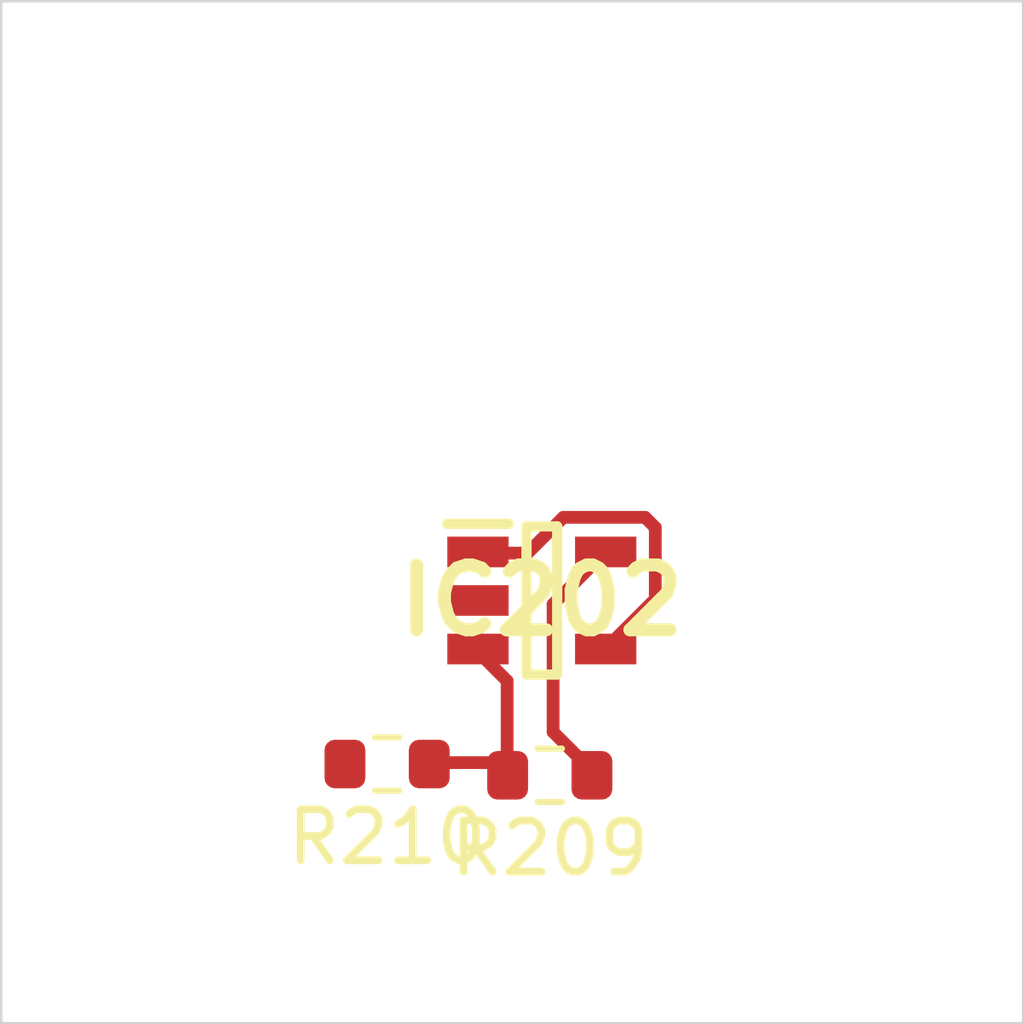
<source format=kicad_pcb>
 ( kicad_pcb  ( version 20171130 )
 ( host pcbnew 5.1.12-84ad8e8a86~92~ubuntu18.04.1 )
 ( general  ( thickness 1.6 )
 ( drawings 4 )
 ( tracks 0 )
 ( zones 0 )
 ( modules 3 )
 ( nets 5 )
)
 ( page A4 )
 ( layers  ( 0 F.Cu signal )
 ( 31 B.Cu signal )
 ( 32 B.Adhes user )
 ( 33 F.Adhes user )
 ( 34 B.Paste user )
 ( 35 F.Paste user )
 ( 36 B.SilkS user )
 ( 37 F.SilkS user )
 ( 38 B.Mask user )
 ( 39 F.Mask user )
 ( 40 Dwgs.User user )
 ( 41 Cmts.User user )
 ( 42 Eco1.User user )
 ( 43 Eco2.User user )
 ( 44 Edge.Cuts user )
 ( 45 Margin user )
 ( 46 B.CrtYd user )
 ( 47 F.CrtYd user )
 ( 48 B.Fab user )
 ( 49 F.Fab user )
)
 ( setup  ( last_trace_width 0.25 )
 ( trace_clearance 0.2 )
 ( zone_clearance 0.508 )
 ( zone_45_only no )
 ( trace_min 0.2 )
 ( via_size 0.8 )
 ( via_drill 0.4 )
 ( via_min_size 0.4 )
 ( via_min_drill 0.3 )
 ( uvia_size 0.3 )
 ( uvia_drill 0.1 )
 ( uvias_allowed no )
 ( uvia_min_size 0.2 )
 ( uvia_min_drill 0.1 )
 ( edge_width 0.05 )
 ( segment_width 0.2 )
 ( pcb_text_width 0.3 )
 ( pcb_text_size 1.5 1.5 )
 ( mod_edge_width 0.12 )
 ( mod_text_size 1 1 )
 ( mod_text_width 0.15 )
 ( pad_size 1.524 1.524 )
 ( pad_drill 0.762 )
 ( pad_to_mask_clearance 0 )
 ( aux_axis_origin 0 0 )
 ( visible_elements FFFFFF7F )
 ( pcbplotparams  ( layerselection 0x010fc_ffffffff )
 ( usegerberextensions false )
 ( usegerberattributes true )
 ( usegerberadvancedattributes true )
 ( creategerberjobfile true )
 ( excludeedgelayer true )
 ( linewidth 0.100000 )
 ( plotframeref false )
 ( viasonmask false )
 ( mode 1 )
 ( useauxorigin false )
 ( hpglpennumber 1 )
 ( hpglpenspeed 20 )
 ( hpglpendiameter 15.000000 )
 ( psnegative false )
 ( psa4output false )
 ( plotreference true )
 ( plotvalue true )
 ( plotinvisibletext false )
 ( padsonsilk false )
 ( subtractmaskfromsilk false )
 ( outputformat 1 )
 ( mirror false )
 ( drillshape 1 )
 ( scaleselection 1 )
 ( outputdirectory "" )
)
)
 ( net 0 "" )
 ( net 1 GND )
 ( net 2 VDDA )
 ( net 3 /Sheet6235D886/vp )
 ( net 4 "Net-(IC202-Pad3)" )
 ( net_class Default "This is the default net class."  ( clearance 0.2 )
 ( trace_width 0.25 )
 ( via_dia 0.8 )
 ( via_drill 0.4 )
 ( uvia_dia 0.3 )
 ( uvia_drill 0.1 )
 ( add_net /Sheet6235D886/vp )
 ( add_net GND )
 ( add_net "Net-(IC202-Pad3)" )
 ( add_net VDDA )
)
 ( module SOT95P280X145-5N locked  ( layer F.Cu )
 ( tedit 62336ED7 )
 ( tstamp 623423ED )
 ( at 90.579100 111.727000 )
 ( descr DBV0005A )
 ( tags "Integrated Circuit" )
 ( path /6235D887/6266C08E )
 ( attr smd )
 ( fp_text reference IC202  ( at 0 0 )
 ( layer F.SilkS )
 ( effects  ( font  ( size 1.27 1.27 )
 ( thickness 0.254 )
)
)
)
 ( fp_text value TL071HIDBVR  ( at 0 0 )
 ( layer F.SilkS )
hide  ( effects  ( font  ( size 1.27 1.27 )
 ( thickness 0.254 )
)
)
)
 ( fp_line  ( start -1.85 -1.5 )
 ( end -0.65 -1.5 )
 ( layer F.SilkS )
 ( width 0.2 )
)
 ( fp_line  ( start -0.3 1.45 )
 ( end -0.3 -1.45 )
 ( layer F.SilkS )
 ( width 0.2 )
)
 ( fp_line  ( start 0.3 1.45 )
 ( end -0.3 1.45 )
 ( layer F.SilkS )
 ( width 0.2 )
)
 ( fp_line  ( start 0.3 -1.45 )
 ( end 0.3 1.45 )
 ( layer F.SilkS )
 ( width 0.2 )
)
 ( fp_line  ( start -0.3 -1.45 )
 ( end 0.3 -1.45 )
 ( layer F.SilkS )
 ( width 0.2 )
)
 ( fp_line  ( start -0.8 -0.5 )
 ( end 0.15 -1.45 )
 ( layer Dwgs.User )
 ( width 0.1 )
)
 ( fp_line  ( start -0.8 1.45 )
 ( end -0.8 -1.45 )
 ( layer Dwgs.User )
 ( width 0.1 )
)
 ( fp_line  ( start 0.8 1.45 )
 ( end -0.8 1.45 )
 ( layer Dwgs.User )
 ( width 0.1 )
)
 ( fp_line  ( start 0.8 -1.45 )
 ( end 0.8 1.45 )
 ( layer Dwgs.User )
 ( width 0.1 )
)
 ( fp_line  ( start -0.8 -1.45 )
 ( end 0.8 -1.45 )
 ( layer Dwgs.User )
 ( width 0.1 )
)
 ( fp_line  ( start -2.1 1.775 )
 ( end -2.1 -1.775 )
 ( layer Dwgs.User )
 ( width 0.05 )
)
 ( fp_line  ( start 2.1 1.775 )
 ( end -2.1 1.775 )
 ( layer Dwgs.User )
 ( width 0.05 )
)
 ( fp_line  ( start 2.1 -1.775 )
 ( end 2.1 1.775 )
 ( layer Dwgs.User )
 ( width 0.05 )
)
 ( fp_line  ( start -2.1 -1.775 )
 ( end 2.1 -1.775 )
 ( layer Dwgs.User )
 ( width 0.05 )
)
 ( pad 1 smd rect  ( at -1.25 -0.95 90.000000 )
 ( size 0.6 1.2 )
 ( layers F.Cu F.Mask F.Paste )
 ( net 3 /Sheet6235D886/vp )
)
 ( pad 2 smd rect  ( at -1.25 0 90.000000 )
 ( size 0.6 1.2 )
 ( layers F.Cu F.Mask F.Paste )
 ( net 1 GND )
)
 ( pad 3 smd rect  ( at -1.25 0.95 90.000000 )
 ( size 0.6 1.2 )
 ( layers F.Cu F.Mask F.Paste )
 ( net 4 "Net-(IC202-Pad3)" )
)
 ( pad 4 smd rect  ( at 1.25 0.95 90.000000 )
 ( size 0.6 1.2 )
 ( layers F.Cu F.Mask F.Paste )
 ( net 3 /Sheet6235D886/vp )
)
 ( pad 5 smd rect  ( at 1.25 -0.95 90.000000 )
 ( size 0.6 1.2 )
 ( layers F.Cu F.Mask F.Paste )
 ( net 2 VDDA )
)
)
 ( module Resistor_SMD:R_0603_1608Metric  ( layer F.Cu )
 ( tedit 5F68FEEE )
 ( tstamp 62342595 )
 ( at 90.734897 115.148026 180.000000 )
 ( descr "Resistor SMD 0603 (1608 Metric), square (rectangular) end terminal, IPC_7351 nominal, (Body size source: IPC-SM-782 page 72, https://www.pcb-3d.com/wordpress/wp-content/uploads/ipc-sm-782a_amendment_1_and_2.pdf), generated with kicad-footprint-generator" )
 ( tags resistor )
 ( path /6235D887/623CDBD9 )
 ( attr smd )
 ( fp_text reference R209  ( at 0 -1.43 )
 ( layer F.SilkS )
 ( effects  ( font  ( size 1 1 )
 ( thickness 0.15 )
)
)
)
 ( fp_text value 100k  ( at 0 1.43 )
 ( layer F.Fab )
 ( effects  ( font  ( size 1 1 )
 ( thickness 0.15 )
)
)
)
 ( fp_line  ( start -0.8 0.4125 )
 ( end -0.8 -0.4125 )
 ( layer F.Fab )
 ( width 0.1 )
)
 ( fp_line  ( start -0.8 -0.4125 )
 ( end 0.8 -0.4125 )
 ( layer F.Fab )
 ( width 0.1 )
)
 ( fp_line  ( start 0.8 -0.4125 )
 ( end 0.8 0.4125 )
 ( layer F.Fab )
 ( width 0.1 )
)
 ( fp_line  ( start 0.8 0.4125 )
 ( end -0.8 0.4125 )
 ( layer F.Fab )
 ( width 0.1 )
)
 ( fp_line  ( start -0.237258 -0.5225 )
 ( end 0.237258 -0.5225 )
 ( layer F.SilkS )
 ( width 0.12 )
)
 ( fp_line  ( start -0.237258 0.5225 )
 ( end 0.237258 0.5225 )
 ( layer F.SilkS )
 ( width 0.12 )
)
 ( fp_line  ( start -1.48 0.73 )
 ( end -1.48 -0.73 )
 ( layer F.CrtYd )
 ( width 0.05 )
)
 ( fp_line  ( start -1.48 -0.73 )
 ( end 1.48 -0.73 )
 ( layer F.CrtYd )
 ( width 0.05 )
)
 ( fp_line  ( start 1.48 -0.73 )
 ( end 1.48 0.73 )
 ( layer F.CrtYd )
 ( width 0.05 )
)
 ( fp_line  ( start 1.48 0.73 )
 ( end -1.48 0.73 )
 ( layer F.CrtYd )
 ( width 0.05 )
)
 ( fp_text user %R  ( at 0 0 )
 ( layer F.Fab )
 ( effects  ( font  ( size 0.4 0.4 )
 ( thickness 0.06 )
)
)
)
 ( pad 1 smd roundrect  ( at -0.825 0 180.000000 )
 ( size 0.8 0.95 )
 ( layers F.Cu F.Mask F.Paste )
 ( roundrect_rratio 0.25 )
 ( net 2 VDDA )
)
 ( pad 2 smd roundrect  ( at 0.825 0 180.000000 )
 ( size 0.8 0.95 )
 ( layers F.Cu F.Mask F.Paste )
 ( roundrect_rratio 0.25 )
 ( net 4 "Net-(IC202-Pad3)" )
)
 ( model ${KISYS3DMOD}/Resistor_SMD.3dshapes/R_0603_1608Metric.wrl  ( at  ( xyz 0 0 0 )
)
 ( scale  ( xyz 1 1 1 )
)
 ( rotate  ( xyz 0 0 0 )
)
)
)
 ( module Resistor_SMD:R_0603_1608Metric  ( layer F.Cu )
 ( tedit 5F68FEEE )
 ( tstamp 623425A6 )
 ( at 87.550912 114.927629 180.000000 )
 ( descr "Resistor SMD 0603 (1608 Metric), square (rectangular) end terminal, IPC_7351 nominal, (Body size source: IPC-SM-782 page 72, https://www.pcb-3d.com/wordpress/wp-content/uploads/ipc-sm-782a_amendment_1_and_2.pdf), generated with kicad-footprint-generator" )
 ( tags resistor )
 ( path /6235D887/623CDBDF )
 ( attr smd )
 ( fp_text reference R210  ( at 0 -1.43 )
 ( layer F.SilkS )
 ( effects  ( font  ( size 1 1 )
 ( thickness 0.15 )
)
)
)
 ( fp_text value 100k  ( at 0 1.43 )
 ( layer F.Fab )
 ( effects  ( font  ( size 1 1 )
 ( thickness 0.15 )
)
)
)
 ( fp_line  ( start 1.48 0.73 )
 ( end -1.48 0.73 )
 ( layer F.CrtYd )
 ( width 0.05 )
)
 ( fp_line  ( start 1.48 -0.73 )
 ( end 1.48 0.73 )
 ( layer F.CrtYd )
 ( width 0.05 )
)
 ( fp_line  ( start -1.48 -0.73 )
 ( end 1.48 -0.73 )
 ( layer F.CrtYd )
 ( width 0.05 )
)
 ( fp_line  ( start -1.48 0.73 )
 ( end -1.48 -0.73 )
 ( layer F.CrtYd )
 ( width 0.05 )
)
 ( fp_line  ( start -0.237258 0.5225 )
 ( end 0.237258 0.5225 )
 ( layer F.SilkS )
 ( width 0.12 )
)
 ( fp_line  ( start -0.237258 -0.5225 )
 ( end 0.237258 -0.5225 )
 ( layer F.SilkS )
 ( width 0.12 )
)
 ( fp_line  ( start 0.8 0.4125 )
 ( end -0.8 0.4125 )
 ( layer F.Fab )
 ( width 0.1 )
)
 ( fp_line  ( start 0.8 -0.4125 )
 ( end 0.8 0.4125 )
 ( layer F.Fab )
 ( width 0.1 )
)
 ( fp_line  ( start -0.8 -0.4125 )
 ( end 0.8 -0.4125 )
 ( layer F.Fab )
 ( width 0.1 )
)
 ( fp_line  ( start -0.8 0.4125 )
 ( end -0.8 -0.4125 )
 ( layer F.Fab )
 ( width 0.1 )
)
 ( fp_text user %R  ( at 0 0 )
 ( layer F.Fab )
 ( effects  ( font  ( size 0.4 0.4 )
 ( thickness 0.06 )
)
)
)
 ( pad 2 smd roundrect  ( at 0.825 0 180.000000 )
 ( size 0.8 0.95 )
 ( layers F.Cu F.Mask F.Paste )
 ( roundrect_rratio 0.25 )
 ( net 1 GND )
)
 ( pad 1 smd roundrect  ( at -0.825 0 180.000000 )
 ( size 0.8 0.95 )
 ( layers F.Cu F.Mask F.Paste )
 ( roundrect_rratio 0.25 )
 ( net 4 "Net-(IC202-Pad3)" )
)
 ( model ${KISYS3DMOD}/Resistor_SMD.3dshapes/R_0603_1608Metric.wrl  ( at  ( xyz 0 0 0 )
)
 ( scale  ( xyz 1 1 1 )
)
 ( rotate  ( xyz 0 0 0 )
)
)
)
 ( gr_line  ( start 100 100 )
 ( end 100 120 )
 ( layer Edge.Cuts )
 ( width 0.05 )
 ( tstamp 62E770C4 )
)
 ( gr_line  ( start 80 120 )
 ( end 100 120 )
 ( layer Edge.Cuts )
 ( width 0.05 )
 ( tstamp 62E770C0 )
)
 ( gr_line  ( start 80 100 )
 ( end 100 100 )
 ( layer Edge.Cuts )
 ( width 0.05 )
 ( tstamp 6234110C )
)
 ( gr_line  ( start 80 100 )
 ( end 80 120 )
 ( layer Edge.Cuts )
 ( width 0.05 )
)
 ( segment  ( start 91.600001 115.100002 )
 ( end 90.800001 114.300002 )
 ( width 0.250000 )
 ( layer F.Cu )
 ( net 2 )
)
 ( segment  ( start 90.800001 114.300002 )
 ( end 90.800001 111.800002 )
 ( width 0.250000 )
 ( layer F.Cu )
 ( net 2 )
)
 ( segment  ( start 90.800001 111.800002 )
 ( end 91.800001 110.800002 )
 ( width 0.250000 )
 ( layer F.Cu )
 ( net 2 )
)
 ( segment  ( start 91.800001 112.700002 )
 ( end 92.800001 111.700002 )
 ( width 0.250000 )
 ( layer F.Cu )
 ( net 3 )
)
 ( segment  ( start 92.800001 111.700002 )
 ( end 92.800001 110.300002 )
 ( width 0.250000 )
 ( layer F.Cu )
 ( net 3 )
)
 ( segment  ( start 92.800001 110.300002 )
 ( end 92.600001 110.100002 )
 ( width 0.250000 )
 ( layer F.Cu )
 ( net 3 )
)
 ( segment  ( start 92.600001 110.100002 )
 ( end 91.000001 110.100002 )
 ( width 0.250000 )
 ( layer F.Cu )
 ( net 3 )
)
 ( segment  ( start 91.000001 110.100002 )
 ( end 90.300001 110.800002 )
 ( width 0.250000 )
 ( layer F.Cu )
 ( net 3 )
)
 ( segment  ( start 90.300001 110.800002 )
 ( end 89.300001 110.800002 )
 ( width 0.250000 )
 ( layer F.Cu )
 ( net 3 )
)
 ( segment  ( start 89.900001 115.100002 )
 ( end 89.900001 113.300002 )
 ( width 0.250000 )
 ( layer F.Cu )
 ( net 4 )
)
 ( segment  ( start 89.900001 113.300002 )
 ( end 89.300001 112.700002 )
 ( width 0.250000 )
 ( layer F.Cu )
 ( net 4 )
)
 ( segment  ( start 88.400001 114.900002 )
 ( end 89.900001 114.900002 )
 ( width 0.250000 )
 ( layer F.Cu )
 ( net 4 )
)
)

</source>
